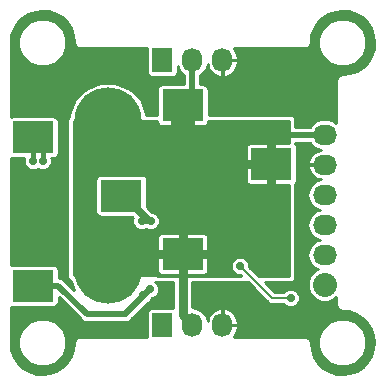
<source format=gbr>
G04 #@! TF.GenerationSoftware,KiCad,Pcbnew,(5.0.0)*
G04 #@! TF.CreationDate,2018-11-19T11:24:39+03:00*
G04 #@! TF.ProjectId,NeoP_1x3,4E656F505F3178332E6B696361645F70,rev?*
G04 #@! TF.SameCoordinates,Original*
G04 #@! TF.FileFunction,Copper,L1,Top,Signal*
G04 #@! TF.FilePolarity,Positive*
%FSLAX46Y46*%
G04 Gerber Fmt 4.6, Leading zero omitted, Abs format (unit mm)*
G04 Created by KiCad (PCBNEW (5.0.0)) date 11/19/18 11:24:39*
%MOMM*%
%LPD*%
G01*
G04 APERTURE LIST*
G04 #@! TA.AperFunction,ComponentPad*
%ADD10O,2.032000X1.727200*%
G04 #@! TD*
G04 #@! TA.AperFunction,ComponentPad*
%ADD11C,2.032000*%
G04 #@! TD*
G04 #@! TA.AperFunction,ComponentPad*
%ADD12R,1.727200X2.032000*%
G04 #@! TD*
G04 #@! TA.AperFunction,ComponentPad*
%ADD13O,1.727200X2.032000*%
G04 #@! TD*
G04 #@! TA.AperFunction,SMDPad,CuDef*
%ADD14R,3.500000X2.700000*%
G04 #@! TD*
G04 #@! TA.AperFunction,BGAPad,CuDef*
%ADD15C,5.700000*%
G04 #@! TD*
G04 #@! TA.AperFunction,ViaPad*
%ADD16C,0.700000*%
G04 #@! TD*
G04 #@! TA.AperFunction,Conductor*
%ADD17C,0.500000*%
G04 #@! TD*
G04 #@! TA.AperFunction,Conductor*
%ADD18C,2.000000*%
G04 #@! TD*
G04 #@! TA.AperFunction,Conductor*
%ADD19C,0.750000*%
G04 #@! TD*
G04 #@! TA.AperFunction,Conductor*
%ADD20C,0.400000*%
G04 #@! TD*
G04 #@! TA.AperFunction,Conductor*
%ADD21C,0.200000*%
G04 #@! TD*
G04 #@! TA.AperFunction,Conductor*
%ADD22C,0.254000*%
G04 #@! TD*
G04 APERTURE END LIST*
D10*
G04 #@! TO.P,J1,6*
G04 #@! TO.N,+5V*
X123900000Y-82400000D03*
G04 #@! TO.P,J1,5*
G04 #@! TO.N,GND*
X123900000Y-84940000D03*
G04 #@! TO.P,J1,4*
G04 #@! TO.N,R*
X123900000Y-87480000D03*
G04 #@! TO.P,J1,3*
G04 #@! TO.N,G*
X123900000Y-90020000D03*
G04 #@! TO.P,J1,2*
G04 #@! TO.N,B*
X123900000Y-92560000D03*
D11*
G04 #@! TO.P,J1,1*
G04 #@! TO.N,TC*
X123900000Y-95100000D03*
G04 #@! TD*
D12*
G04 #@! TO.P,J2,1*
G04 #@! TO.N,N/C*
X110160000Y-76100000D03*
D13*
G04 #@! TO.P,J2,2*
G04 #@! TO.N,+5V*
X112700000Y-76100000D03*
G04 #@! TO.P,J2,3*
G04 #@! TO.N,GND*
X115240000Y-76100000D03*
G04 #@! TD*
G04 #@! TO.P,J3,3*
G04 #@! TO.N,GND*
X115240000Y-98500000D03*
G04 #@! TO.P,J3,2*
G04 #@! TO.N,+5V*
X112700000Y-98500000D03*
D12*
G04 #@! TO.P,J3,1*
G04 #@! TO.N,N/C*
X110160000Y-98500000D03*
G04 #@! TD*
D14*
G04 #@! TO.P,D1,2*
G04 #@! TO.N,+5V*
X111883000Y-79930000D03*
G04 #@! TO.P,D1,1*
G04 #@! TO.N,Net-(D1-Pad1)*
X99183000Y-82630000D03*
D15*
G04 #@! TO.P,D1,3*
G04 #@! TO.N,+5V*
X105533000Y-81280000D03*
G04 #@! TD*
G04 #@! TO.P,D2,3*
G04 #@! TO.N,+5V*
X113025000Y-86225000D03*
D14*
G04 #@! TO.P,D2,1*
G04 #@! TO.N,Net-(D2-Pad1)*
X106675000Y-87575000D03*
G04 #@! TO.P,D2,2*
G04 #@! TO.N,+5V*
X119375000Y-84875000D03*
G04 #@! TD*
G04 #@! TO.P,D3,2*
G04 #@! TO.N,+5V*
X111883000Y-92503000D03*
G04 #@! TO.P,D3,1*
G04 #@! TO.N,Net-(D3-Pad1)*
X99183000Y-95203000D03*
D15*
G04 #@! TO.P,D3,3*
G04 #@! TO.N,+5V*
X105533000Y-93853000D03*
G04 #@! TD*
D16*
G04 #@! TO.N,GND*
X104000000Y-99000000D03*
X107000000Y-99000000D03*
X108000000Y-76000000D03*
X104000000Y-76000000D03*
X106000000Y-76000000D03*
X118000000Y-99000000D03*
X121000000Y-99000000D03*
X122500000Y-88500000D03*
X122500000Y-86000000D03*
X101000000Y-87500000D03*
X101000000Y-90000000D03*
X122237500Y-93726000D03*
X122174000Y-91186000D03*
X113919000Y-77533500D03*
X111633000Y-77533500D03*
X118000000Y-76000000D03*
X124000000Y-79000000D03*
X118000000Y-97980500D03*
X110490000Y-95758000D03*
X120777000Y-76073000D03*
X98000000Y-78000000D03*
X98000000Y-80000000D03*
X98000000Y-86000000D03*
X98000000Y-88000000D03*
X98000000Y-90000000D03*
X98000000Y-92000000D03*
X100000000Y-78000000D03*
G04 #@! TO.N,+5V*
X108000000Y-81000000D03*
X114571428Y-82000000D03*
X113428571Y-82000000D03*
X111142857Y-82000000D03*
X112285714Y-82000000D03*
X110000000Y-82000000D03*
X116857142Y-82000000D03*
X115714285Y-82000000D03*
X118000000Y-82000000D03*
X111000000Y-89916000D03*
X115000000Y-89916000D03*
X109000000Y-82867500D03*
X109000000Y-84000000D03*
X109000000Y-85000000D03*
X109093000Y-93345000D03*
X109093000Y-91567000D03*
X109093000Y-92456000D03*
X113666666Y-89916000D03*
X112333333Y-89916000D03*
G04 #@! TO.N,Net-(D1-Pad1)*
X99183000Y-84641500D03*
X100012500Y-84641500D03*
G04 #@! TO.N,TC*
X116753500Y-93535500D03*
X121017000Y-96252000D03*
G04 #@! TO.N,Net-(D2-Pad1)*
X109156500Y-89725500D03*
X108394500Y-89725500D03*
G04 #@! TO.N,Net-(D3-Pad1)*
X109093000Y-95504000D03*
X108521500Y-96012000D03*
G04 #@! TD*
D17*
G04 #@! TO.N,+5V*
X112700000Y-98222000D02*
X112700000Y-98500000D01*
X123900000Y-82400000D02*
X121850000Y-82400000D01*
X112700000Y-79113000D02*
X111883000Y-79930000D01*
X112700000Y-76100000D02*
X112700000Y-79113000D01*
X111883000Y-79930000D02*
X111883000Y-82000000D01*
X111883000Y-82228500D02*
X111244000Y-82867500D01*
X107120500Y-82867500D02*
X105533000Y-81280000D01*
X111244000Y-82867500D02*
X109000000Y-82867500D01*
D18*
X111883000Y-79930000D02*
X111883000Y-82609500D01*
D19*
X111883000Y-97683000D02*
X112700000Y-98500000D01*
X111883000Y-92503000D02*
X111883000Y-97683000D01*
X119375000Y-84875000D02*
X116125000Y-84875000D01*
X119375000Y-84875000D02*
X119375000Y-82375000D01*
X119375000Y-84875000D02*
X119375000Y-87625000D01*
X111883000Y-92503000D02*
X114497000Y-92503000D01*
X111883000Y-92503000D02*
X111883000Y-90117000D01*
X111883000Y-92503000D02*
X109503000Y-92503000D01*
D17*
X111883000Y-82000000D02*
X111883000Y-82228500D01*
X111883000Y-82000000D02*
X111883000Y-82000000D01*
D19*
X111883000Y-90117000D02*
X111883000Y-90117000D01*
D17*
X109000000Y-82867500D02*
X107120500Y-82867500D01*
X119400000Y-82400000D02*
X119375000Y-82375000D01*
X123900000Y-82400000D02*
X119400000Y-82400000D01*
D19*
X109503000Y-92503000D02*
X109503000Y-92503000D01*
D20*
G04 #@! TO.N,Net-(D1-Pad1)*
X100012500Y-83459500D02*
X99183000Y-82630000D01*
X100012500Y-84641500D02*
X100012500Y-83459500D01*
X99183000Y-84641500D02*
X99183000Y-82630000D01*
D21*
G04 #@! TO.N,TC*
X116753500Y-93537900D02*
X116753500Y-93535500D01*
X118315600Y-95100000D02*
X116753500Y-93537900D01*
X119470000Y-96252000D02*
X116753500Y-93535500D01*
X121017000Y-96252000D02*
X119470000Y-96252000D01*
D20*
G04 #@! TO.N,Net-(D2-Pad1)*
X108394500Y-89294500D02*
X106675000Y-87575000D01*
X108394500Y-89725500D02*
X108394500Y-89294500D01*
X107006000Y-87575000D02*
X109156500Y-89725500D01*
X106675000Y-87575000D02*
X107006000Y-87575000D01*
X108394500Y-89725500D02*
X109156500Y-89725500D01*
G04 #@! TO.N,Net-(D3-Pad1)*
X106997500Y-97599500D02*
X108521500Y-96075500D01*
X108521500Y-96075500D02*
X109093000Y-95504000D01*
D17*
X101362500Y-95203000D02*
X103759000Y-97599500D01*
X99183000Y-95203000D02*
X101362500Y-95203000D01*
X106997500Y-97599500D02*
X109093000Y-95504000D01*
X103759000Y-97599500D02*
X106997500Y-97599500D01*
G04 #@! TD*
D22*
G04 #@! TO.N,+5V*
G36*
X109706000Y-81364936D02*
X109771007Y-81521876D01*
X109891124Y-81641993D01*
X110048065Y-81707000D01*
X111753250Y-81707000D01*
X111860000Y-81600250D01*
X111860000Y-81280000D01*
X111906000Y-81280000D01*
X111906000Y-81600250D01*
X112012750Y-81707000D01*
X113717935Y-81707000D01*
X113874876Y-81641993D01*
X113994993Y-81521876D01*
X114060000Y-81364936D01*
X114060000Y-81280000D01*
X120840500Y-81280000D01*
X120840500Y-83098000D01*
X119504750Y-83098000D01*
X119398000Y-83204750D01*
X119398000Y-84852000D01*
X119418000Y-84852000D01*
X119418000Y-84898000D01*
X119398000Y-84898000D01*
X119398000Y-86545250D01*
X119504750Y-86652000D01*
X120840500Y-86652000D01*
X120840500Y-94360566D01*
X118315230Y-94351940D01*
X117530500Y-93567210D01*
X117530500Y-93380945D01*
X117412209Y-93095365D01*
X117193635Y-92876791D01*
X116908055Y-92758500D01*
X116598945Y-92758500D01*
X116313365Y-92876791D01*
X116094791Y-93095365D01*
X115976500Y-93380945D01*
X115976500Y-93690055D01*
X116094791Y-93975635D01*
X116313365Y-94194209D01*
X116598945Y-94312500D01*
X116782810Y-94312500D01*
X116817132Y-94346822D01*
X102652263Y-94298434D01*
X102655714Y-92632750D01*
X109706000Y-92632750D01*
X109706000Y-93937936D01*
X109771007Y-94094876D01*
X109891124Y-94214993D01*
X110048065Y-94280000D01*
X111753250Y-94280000D01*
X111860000Y-94173250D01*
X111860000Y-92526000D01*
X111906000Y-92526000D01*
X111906000Y-94173250D01*
X112012750Y-94280000D01*
X113717935Y-94280000D01*
X113874876Y-94214993D01*
X113994993Y-94094876D01*
X114060000Y-93937936D01*
X114060000Y-92632750D01*
X113953250Y-92526000D01*
X111906000Y-92526000D01*
X111860000Y-92526000D01*
X109812750Y-92526000D01*
X109706000Y-92632750D01*
X102655714Y-92632750D01*
X102658956Y-91068064D01*
X109706000Y-91068064D01*
X109706000Y-92373250D01*
X109812750Y-92480000D01*
X111860000Y-92480000D01*
X111860000Y-90832750D01*
X111906000Y-90832750D01*
X111906000Y-92480000D01*
X113953250Y-92480000D01*
X114060000Y-92373250D01*
X114060000Y-91068064D01*
X113994993Y-90911124D01*
X113874876Y-90791007D01*
X113717935Y-90726000D01*
X112012750Y-90726000D01*
X111906000Y-90832750D01*
X111860000Y-90832750D01*
X111753250Y-90726000D01*
X110048065Y-90726000D01*
X109891124Y-90791007D01*
X109771007Y-90911124D01*
X109706000Y-91068064D01*
X102658956Y-91068064D01*
X102668991Y-86225000D01*
X104489635Y-86225000D01*
X104489635Y-88925000D01*
X104522775Y-89091607D01*
X104617150Y-89232850D01*
X104758393Y-89327225D01*
X104925000Y-89360365D01*
X107573653Y-89360365D01*
X107666335Y-89453047D01*
X107617500Y-89570945D01*
X107617500Y-89880055D01*
X107735791Y-90165635D01*
X107954365Y-90384209D01*
X108239945Y-90502500D01*
X108549055Y-90502500D01*
X108775500Y-90408703D01*
X109001945Y-90502500D01*
X109311055Y-90502500D01*
X109596635Y-90384209D01*
X109815209Y-90165635D01*
X109933500Y-89880055D01*
X109933500Y-89570945D01*
X109815209Y-89285365D01*
X109596635Y-89066791D01*
X109311055Y-88948500D01*
X109266212Y-88948500D01*
X108860365Y-88542653D01*
X108860365Y-86225000D01*
X108827225Y-86058393D01*
X108732850Y-85917150D01*
X108591607Y-85822775D01*
X108425000Y-85789635D01*
X104925000Y-85789635D01*
X104758393Y-85822775D01*
X104617150Y-85917150D01*
X104522775Y-86058393D01*
X104489635Y-86225000D01*
X102668991Y-86225000D01*
X102671519Y-85004750D01*
X117198000Y-85004750D01*
X117198000Y-86309936D01*
X117263007Y-86466876D01*
X117383124Y-86586993D01*
X117540065Y-86652000D01*
X119245250Y-86652000D01*
X119352000Y-86545250D01*
X119352000Y-84898000D01*
X117304750Y-84898000D01*
X117198000Y-85004750D01*
X102671519Y-85004750D01*
X102674761Y-83440064D01*
X117198000Y-83440064D01*
X117198000Y-84745250D01*
X117304750Y-84852000D01*
X119352000Y-84852000D01*
X119352000Y-83204750D01*
X119245250Y-83098000D01*
X117540065Y-83098000D01*
X117383124Y-83163007D01*
X117263007Y-83283124D01*
X117198000Y-83440064D01*
X102674761Y-83440064D01*
X102679237Y-81280000D01*
X109706000Y-81280000D01*
X109706000Y-81364936D01*
X109706000Y-81364936D01*
G37*
X109706000Y-81364936D02*
X109771007Y-81521876D01*
X109891124Y-81641993D01*
X110048065Y-81707000D01*
X111753250Y-81707000D01*
X111860000Y-81600250D01*
X111860000Y-81280000D01*
X111906000Y-81280000D01*
X111906000Y-81600250D01*
X112012750Y-81707000D01*
X113717935Y-81707000D01*
X113874876Y-81641993D01*
X113994993Y-81521876D01*
X114060000Y-81364936D01*
X114060000Y-81280000D01*
X120840500Y-81280000D01*
X120840500Y-83098000D01*
X119504750Y-83098000D01*
X119398000Y-83204750D01*
X119398000Y-84852000D01*
X119418000Y-84852000D01*
X119418000Y-84898000D01*
X119398000Y-84898000D01*
X119398000Y-86545250D01*
X119504750Y-86652000D01*
X120840500Y-86652000D01*
X120840500Y-94360566D01*
X118315230Y-94351940D01*
X117530500Y-93567210D01*
X117530500Y-93380945D01*
X117412209Y-93095365D01*
X117193635Y-92876791D01*
X116908055Y-92758500D01*
X116598945Y-92758500D01*
X116313365Y-92876791D01*
X116094791Y-93095365D01*
X115976500Y-93380945D01*
X115976500Y-93690055D01*
X116094791Y-93975635D01*
X116313365Y-94194209D01*
X116598945Y-94312500D01*
X116782810Y-94312500D01*
X116817132Y-94346822D01*
X102652263Y-94298434D01*
X102655714Y-92632750D01*
X109706000Y-92632750D01*
X109706000Y-93937936D01*
X109771007Y-94094876D01*
X109891124Y-94214993D01*
X110048065Y-94280000D01*
X111753250Y-94280000D01*
X111860000Y-94173250D01*
X111860000Y-92526000D01*
X111906000Y-92526000D01*
X111906000Y-94173250D01*
X112012750Y-94280000D01*
X113717935Y-94280000D01*
X113874876Y-94214993D01*
X113994993Y-94094876D01*
X114060000Y-93937936D01*
X114060000Y-92632750D01*
X113953250Y-92526000D01*
X111906000Y-92526000D01*
X111860000Y-92526000D01*
X109812750Y-92526000D01*
X109706000Y-92632750D01*
X102655714Y-92632750D01*
X102658956Y-91068064D01*
X109706000Y-91068064D01*
X109706000Y-92373250D01*
X109812750Y-92480000D01*
X111860000Y-92480000D01*
X111860000Y-90832750D01*
X111906000Y-90832750D01*
X111906000Y-92480000D01*
X113953250Y-92480000D01*
X114060000Y-92373250D01*
X114060000Y-91068064D01*
X113994993Y-90911124D01*
X113874876Y-90791007D01*
X113717935Y-90726000D01*
X112012750Y-90726000D01*
X111906000Y-90832750D01*
X111860000Y-90832750D01*
X111753250Y-90726000D01*
X110048065Y-90726000D01*
X109891124Y-90791007D01*
X109771007Y-90911124D01*
X109706000Y-91068064D01*
X102658956Y-91068064D01*
X102668991Y-86225000D01*
X104489635Y-86225000D01*
X104489635Y-88925000D01*
X104522775Y-89091607D01*
X104617150Y-89232850D01*
X104758393Y-89327225D01*
X104925000Y-89360365D01*
X107573653Y-89360365D01*
X107666335Y-89453047D01*
X107617500Y-89570945D01*
X107617500Y-89880055D01*
X107735791Y-90165635D01*
X107954365Y-90384209D01*
X108239945Y-90502500D01*
X108549055Y-90502500D01*
X108775500Y-90408703D01*
X109001945Y-90502500D01*
X109311055Y-90502500D01*
X109596635Y-90384209D01*
X109815209Y-90165635D01*
X109933500Y-89880055D01*
X109933500Y-89570945D01*
X109815209Y-89285365D01*
X109596635Y-89066791D01*
X109311055Y-88948500D01*
X109266212Y-88948500D01*
X108860365Y-88542653D01*
X108860365Y-86225000D01*
X108827225Y-86058393D01*
X108732850Y-85917150D01*
X108591607Y-85822775D01*
X108425000Y-85789635D01*
X104925000Y-85789635D01*
X104758393Y-85822775D01*
X104617150Y-85917150D01*
X104522775Y-86058393D01*
X104489635Y-86225000D01*
X102668991Y-86225000D01*
X102671519Y-85004750D01*
X117198000Y-85004750D01*
X117198000Y-86309936D01*
X117263007Y-86466876D01*
X117383124Y-86586993D01*
X117540065Y-86652000D01*
X119245250Y-86652000D01*
X119352000Y-86545250D01*
X119352000Y-84898000D01*
X117304750Y-84898000D01*
X117198000Y-85004750D01*
X102671519Y-85004750D01*
X102674761Y-83440064D01*
X117198000Y-83440064D01*
X117198000Y-84745250D01*
X117304750Y-84852000D01*
X119352000Y-84852000D01*
X119352000Y-83204750D01*
X119245250Y-83098000D01*
X117540065Y-83098000D01*
X117383124Y-83163007D01*
X117263007Y-83283124D01*
X117198000Y-83440064D01*
X102674761Y-83440064D01*
X102679237Y-81280000D01*
X109706000Y-81280000D01*
X109706000Y-81364936D01*
G04 #@! TO.N,GND*
G36*
X111081000Y-94881230D02*
X111081001Y-97060053D01*
X111023600Y-97048635D01*
X109296400Y-97048635D01*
X109129793Y-97081775D01*
X108988550Y-97176150D01*
X108894175Y-97317393D01*
X108861035Y-97484000D01*
X108861035Y-99498000D01*
X103150561Y-99498000D01*
X103004130Y-99527127D01*
X102838079Y-99638079D01*
X102727127Y-99804130D01*
X102688166Y-100000000D01*
X102692441Y-100021494D01*
X102627884Y-100597038D01*
X102430305Y-101164406D01*
X102111939Y-101673900D01*
X101688602Y-102100202D01*
X101181348Y-102422116D01*
X100615374Y-102623650D01*
X100018812Y-102694786D01*
X99421320Y-102631987D01*
X98852587Y-102438375D01*
X98340882Y-102123571D01*
X97911640Y-101703226D01*
X97586190Y-101198228D01*
X97380710Y-100633675D01*
X97314900Y-100112735D01*
X97327000Y-100051903D01*
X97327000Y-99596805D01*
X97973000Y-99596805D01*
X97973000Y-100403195D01*
X98281593Y-101148203D01*
X98851797Y-101718407D01*
X99596805Y-102027000D01*
X100403195Y-102027000D01*
X101148203Y-101718407D01*
X101718407Y-101148203D01*
X102027000Y-100403195D01*
X102027000Y-99596805D01*
X101718407Y-98851797D01*
X101148203Y-98281593D01*
X100403195Y-97973000D01*
X99596805Y-97973000D01*
X98851797Y-98281593D01*
X98281593Y-98851797D01*
X97973000Y-99596805D01*
X97327000Y-99596805D01*
X97327000Y-96967280D01*
X97433000Y-96988365D01*
X100933000Y-96988365D01*
X101099607Y-96955225D01*
X101240850Y-96860850D01*
X101335225Y-96719607D01*
X101368365Y-96553000D01*
X101368365Y-96166286D01*
X103233138Y-98031060D01*
X103270910Y-98087590D01*
X103494848Y-98237220D01*
X103692322Y-98276500D01*
X103692323Y-98276500D01*
X103759000Y-98289763D01*
X103825676Y-98276500D01*
X106930824Y-98276500D01*
X106997500Y-98289763D01*
X107064176Y-98276500D01*
X107064178Y-98276500D01*
X107261652Y-98237220D01*
X107485590Y-98087590D01*
X107523364Y-98031057D01*
X108828614Y-96725808D01*
X108961635Y-96670709D01*
X109180209Y-96452135D01*
X109235308Y-96319115D01*
X109291714Y-96262709D01*
X109533135Y-96162709D01*
X109751709Y-95944135D01*
X109870000Y-95658555D01*
X109870000Y-95349445D01*
X109751709Y-95063865D01*
X109563892Y-94876048D01*
X111081000Y-94881230D01*
X111081000Y-94881230D01*
G37*
X111081000Y-94881230D02*
X111081001Y-97060053D01*
X111023600Y-97048635D01*
X109296400Y-97048635D01*
X109129793Y-97081775D01*
X108988550Y-97176150D01*
X108894175Y-97317393D01*
X108861035Y-97484000D01*
X108861035Y-99498000D01*
X103150561Y-99498000D01*
X103004130Y-99527127D01*
X102838079Y-99638079D01*
X102727127Y-99804130D01*
X102688166Y-100000000D01*
X102692441Y-100021494D01*
X102627884Y-100597038D01*
X102430305Y-101164406D01*
X102111939Y-101673900D01*
X101688602Y-102100202D01*
X101181348Y-102422116D01*
X100615374Y-102623650D01*
X100018812Y-102694786D01*
X99421320Y-102631987D01*
X98852587Y-102438375D01*
X98340882Y-102123571D01*
X97911640Y-101703226D01*
X97586190Y-101198228D01*
X97380710Y-100633675D01*
X97314900Y-100112735D01*
X97327000Y-100051903D01*
X97327000Y-99596805D01*
X97973000Y-99596805D01*
X97973000Y-100403195D01*
X98281593Y-101148203D01*
X98851797Y-101718407D01*
X99596805Y-102027000D01*
X100403195Y-102027000D01*
X101148203Y-101718407D01*
X101718407Y-101148203D01*
X102027000Y-100403195D01*
X102027000Y-99596805D01*
X101718407Y-98851797D01*
X101148203Y-98281593D01*
X100403195Y-97973000D01*
X99596805Y-97973000D01*
X98851797Y-98281593D01*
X98281593Y-98851797D01*
X97973000Y-99596805D01*
X97327000Y-99596805D01*
X97327000Y-96967280D01*
X97433000Y-96988365D01*
X100933000Y-96988365D01*
X101099607Y-96955225D01*
X101240850Y-96860850D01*
X101335225Y-96719607D01*
X101368365Y-96553000D01*
X101368365Y-96166286D01*
X103233138Y-98031060D01*
X103270910Y-98087590D01*
X103494848Y-98237220D01*
X103692322Y-98276500D01*
X103692323Y-98276500D01*
X103759000Y-98289763D01*
X103825676Y-98276500D01*
X106930824Y-98276500D01*
X106997500Y-98289763D01*
X107064176Y-98276500D01*
X107064178Y-98276500D01*
X107261652Y-98237220D01*
X107485590Y-98087590D01*
X107523364Y-98031057D01*
X108828614Y-96725808D01*
X108961635Y-96670709D01*
X109180209Y-96452135D01*
X109235308Y-96319115D01*
X109291714Y-96262709D01*
X109533135Y-96162709D01*
X109751709Y-95944135D01*
X109870000Y-95658555D01*
X109870000Y-95349445D01*
X109751709Y-95063865D01*
X109563892Y-94876048D01*
X111081000Y-94881230D01*
G36*
X122817130Y-83330470D02*
X123244033Y-83615718D01*
X123575930Y-83681737D01*
X123232460Y-83756443D01*
X122818745Y-84043671D01*
X122546440Y-84467357D01*
X122476690Y-84715421D01*
X122563973Y-84917000D01*
X123877000Y-84917000D01*
X123877000Y-84897000D01*
X123923000Y-84897000D01*
X123923000Y-84917000D01*
X123943000Y-84917000D01*
X123943000Y-84963000D01*
X123923000Y-84963000D01*
X123923000Y-84983000D01*
X123877000Y-84983000D01*
X123877000Y-84963000D01*
X122563973Y-84963000D01*
X122476690Y-85164579D01*
X122546440Y-85412643D01*
X122818745Y-85836329D01*
X123232460Y-86123557D01*
X123575930Y-86198263D01*
X123244033Y-86264282D01*
X122817130Y-86549530D01*
X122531882Y-86976433D01*
X122431716Y-87480000D01*
X122531882Y-87983567D01*
X122817130Y-88410470D01*
X123244033Y-88695718D01*
X123516926Y-88750000D01*
X123244033Y-88804282D01*
X122817130Y-89089530D01*
X122531882Y-89516433D01*
X122431716Y-90020000D01*
X122531882Y-90523567D01*
X122817130Y-90950470D01*
X123244033Y-91235718D01*
X123516926Y-91290000D01*
X123244033Y-91344282D01*
X122817130Y-91629530D01*
X122531882Y-92056433D01*
X122431716Y-92560000D01*
X122531882Y-93063567D01*
X122817130Y-93490470D01*
X123244033Y-93775718D01*
X123299650Y-93786781D01*
X123082606Y-93876684D01*
X122676684Y-94282606D01*
X122457000Y-94812969D01*
X122457000Y-95387031D01*
X122676684Y-95917394D01*
X123082606Y-96323316D01*
X123612969Y-96543000D01*
X124187031Y-96543000D01*
X124717394Y-96323316D01*
X124898001Y-96142709D01*
X124898001Y-96849439D01*
X124927128Y-96995870D01*
X125038080Y-97161921D01*
X125204131Y-97272873D01*
X125400000Y-97311834D01*
X125421494Y-97307559D01*
X125997042Y-97372117D01*
X126564408Y-97569696D01*
X127073900Y-97888061D01*
X127500202Y-98311398D01*
X127822116Y-98818652D01*
X128023650Y-99384626D01*
X128094786Y-99981188D01*
X128031987Y-100578680D01*
X127838375Y-101147413D01*
X127523571Y-101659118D01*
X127103226Y-102088360D01*
X126598228Y-102413810D01*
X126033675Y-102619290D01*
X125437624Y-102694589D01*
X124839711Y-102635963D01*
X124269637Y-102446326D01*
X123755749Y-102135104D01*
X123323583Y-101717765D01*
X122994613Y-101215048D01*
X122785197Y-100651942D01*
X122703679Y-100040997D01*
X122711834Y-100000000D01*
X122672873Y-99804130D01*
X122561921Y-99638079D01*
X122500151Y-99596805D01*
X123373000Y-99596805D01*
X123373000Y-100403195D01*
X123681593Y-101148203D01*
X124251797Y-101718407D01*
X124996805Y-102027000D01*
X125803195Y-102027000D01*
X126548203Y-101718407D01*
X127118407Y-101148203D01*
X127427000Y-100403195D01*
X127427000Y-99596805D01*
X127118407Y-98851797D01*
X126548203Y-98281593D01*
X125803195Y-97973000D01*
X124996805Y-97973000D01*
X124251797Y-98281593D01*
X123681593Y-98851797D01*
X123373000Y-99596805D01*
X122500151Y-99596805D01*
X122395870Y-99527127D01*
X122249439Y-99498000D01*
X116194130Y-99498000D01*
X116423557Y-99167540D01*
X116530600Y-98675400D01*
X116530600Y-98523000D01*
X115263000Y-98523000D01*
X115263000Y-98543000D01*
X115217000Y-98543000D01*
X115217000Y-98523000D01*
X115197000Y-98523000D01*
X115197000Y-98477000D01*
X115217000Y-98477000D01*
X115217000Y-97163973D01*
X115263000Y-97163973D01*
X115263000Y-98477000D01*
X116530600Y-98477000D01*
X116530600Y-98324600D01*
X116423557Y-97832460D01*
X116136329Y-97418745D01*
X115712643Y-97146440D01*
X115464579Y-97076690D01*
X115263000Y-97163973D01*
X115217000Y-97163973D01*
X115015421Y-97076690D01*
X114767357Y-97146440D01*
X114343671Y-97418745D01*
X114056443Y-97832460D01*
X113981737Y-98175930D01*
X113915718Y-97844033D01*
X113630470Y-97417130D01*
X113203566Y-97131882D01*
X112700000Y-97031716D01*
X112685000Y-97034700D01*
X112685000Y-94886710D01*
X117373034Y-94902724D01*
X117979655Y-95509346D01*
X117986889Y-95514180D01*
X119060657Y-96587948D01*
X119090055Y-96631945D01*
X119134052Y-96661343D01*
X119134055Y-96661346D01*
X119221249Y-96719607D01*
X119264375Y-96748423D01*
X119418097Y-96779000D01*
X119418101Y-96779000D01*
X119469999Y-96789323D01*
X119521897Y-96779000D01*
X120445156Y-96779000D01*
X120576865Y-96910709D01*
X120862445Y-97029000D01*
X121171555Y-97029000D01*
X121457135Y-96910709D01*
X121675709Y-96692135D01*
X121794000Y-96406555D01*
X121794000Y-96097445D01*
X121675709Y-95811865D01*
X121457135Y-95593291D01*
X121171555Y-95475000D01*
X120862445Y-95475000D01*
X120576865Y-95593291D01*
X120445156Y-95725000D01*
X119688291Y-95725000D01*
X118871132Y-94907842D01*
X120966041Y-94914998D01*
X121130906Y-94882497D01*
X121269435Y-94789935D01*
X121361997Y-94651406D01*
X121394500Y-94488000D01*
X121394500Y-86558474D01*
X121432850Y-86532850D01*
X121527225Y-86391607D01*
X121560365Y-86225000D01*
X121560365Y-83525000D01*
X121527225Y-83358393D01*
X121432850Y-83217150D01*
X121394500Y-83191526D01*
X121394500Y-83077000D01*
X122647766Y-83077000D01*
X122817130Y-83330470D01*
X122817130Y-83330470D01*
G37*
X122817130Y-83330470D02*
X123244033Y-83615718D01*
X123575930Y-83681737D01*
X123232460Y-83756443D01*
X122818745Y-84043671D01*
X122546440Y-84467357D01*
X122476690Y-84715421D01*
X122563973Y-84917000D01*
X123877000Y-84917000D01*
X123877000Y-84897000D01*
X123923000Y-84897000D01*
X123923000Y-84917000D01*
X123943000Y-84917000D01*
X123943000Y-84963000D01*
X123923000Y-84963000D01*
X123923000Y-84983000D01*
X123877000Y-84983000D01*
X123877000Y-84963000D01*
X122563973Y-84963000D01*
X122476690Y-85164579D01*
X122546440Y-85412643D01*
X122818745Y-85836329D01*
X123232460Y-86123557D01*
X123575930Y-86198263D01*
X123244033Y-86264282D01*
X122817130Y-86549530D01*
X122531882Y-86976433D01*
X122431716Y-87480000D01*
X122531882Y-87983567D01*
X122817130Y-88410470D01*
X123244033Y-88695718D01*
X123516926Y-88750000D01*
X123244033Y-88804282D01*
X122817130Y-89089530D01*
X122531882Y-89516433D01*
X122431716Y-90020000D01*
X122531882Y-90523567D01*
X122817130Y-90950470D01*
X123244033Y-91235718D01*
X123516926Y-91290000D01*
X123244033Y-91344282D01*
X122817130Y-91629530D01*
X122531882Y-92056433D01*
X122431716Y-92560000D01*
X122531882Y-93063567D01*
X122817130Y-93490470D01*
X123244033Y-93775718D01*
X123299650Y-93786781D01*
X123082606Y-93876684D01*
X122676684Y-94282606D01*
X122457000Y-94812969D01*
X122457000Y-95387031D01*
X122676684Y-95917394D01*
X123082606Y-96323316D01*
X123612969Y-96543000D01*
X124187031Y-96543000D01*
X124717394Y-96323316D01*
X124898001Y-96142709D01*
X124898001Y-96849439D01*
X124927128Y-96995870D01*
X125038080Y-97161921D01*
X125204131Y-97272873D01*
X125400000Y-97311834D01*
X125421494Y-97307559D01*
X125997042Y-97372117D01*
X126564408Y-97569696D01*
X127073900Y-97888061D01*
X127500202Y-98311398D01*
X127822116Y-98818652D01*
X128023650Y-99384626D01*
X128094786Y-99981188D01*
X128031987Y-100578680D01*
X127838375Y-101147413D01*
X127523571Y-101659118D01*
X127103226Y-102088360D01*
X126598228Y-102413810D01*
X126033675Y-102619290D01*
X125437624Y-102694589D01*
X124839711Y-102635963D01*
X124269637Y-102446326D01*
X123755749Y-102135104D01*
X123323583Y-101717765D01*
X122994613Y-101215048D01*
X122785197Y-100651942D01*
X122703679Y-100040997D01*
X122711834Y-100000000D01*
X122672873Y-99804130D01*
X122561921Y-99638079D01*
X122500151Y-99596805D01*
X123373000Y-99596805D01*
X123373000Y-100403195D01*
X123681593Y-101148203D01*
X124251797Y-101718407D01*
X124996805Y-102027000D01*
X125803195Y-102027000D01*
X126548203Y-101718407D01*
X127118407Y-101148203D01*
X127427000Y-100403195D01*
X127427000Y-99596805D01*
X127118407Y-98851797D01*
X126548203Y-98281593D01*
X125803195Y-97973000D01*
X124996805Y-97973000D01*
X124251797Y-98281593D01*
X123681593Y-98851797D01*
X123373000Y-99596805D01*
X122500151Y-99596805D01*
X122395870Y-99527127D01*
X122249439Y-99498000D01*
X116194130Y-99498000D01*
X116423557Y-99167540D01*
X116530600Y-98675400D01*
X116530600Y-98523000D01*
X115263000Y-98523000D01*
X115263000Y-98543000D01*
X115217000Y-98543000D01*
X115217000Y-98523000D01*
X115197000Y-98523000D01*
X115197000Y-98477000D01*
X115217000Y-98477000D01*
X115217000Y-97163973D01*
X115263000Y-97163973D01*
X115263000Y-98477000D01*
X116530600Y-98477000D01*
X116530600Y-98324600D01*
X116423557Y-97832460D01*
X116136329Y-97418745D01*
X115712643Y-97146440D01*
X115464579Y-97076690D01*
X115263000Y-97163973D01*
X115217000Y-97163973D01*
X115015421Y-97076690D01*
X114767357Y-97146440D01*
X114343671Y-97418745D01*
X114056443Y-97832460D01*
X113981737Y-98175930D01*
X113915718Y-97844033D01*
X113630470Y-97417130D01*
X113203566Y-97131882D01*
X112700000Y-97031716D01*
X112685000Y-97034700D01*
X112685000Y-94886710D01*
X117373034Y-94902724D01*
X117979655Y-95509346D01*
X117986889Y-95514180D01*
X119060657Y-96587948D01*
X119090055Y-96631945D01*
X119134052Y-96661343D01*
X119134055Y-96661346D01*
X119221249Y-96719607D01*
X119264375Y-96748423D01*
X119418097Y-96779000D01*
X119418101Y-96779000D01*
X119469999Y-96789323D01*
X119521897Y-96779000D01*
X120445156Y-96779000D01*
X120576865Y-96910709D01*
X120862445Y-97029000D01*
X121171555Y-97029000D01*
X121457135Y-96910709D01*
X121675709Y-96692135D01*
X121794000Y-96406555D01*
X121794000Y-96097445D01*
X121675709Y-95811865D01*
X121457135Y-95593291D01*
X121171555Y-95475000D01*
X120862445Y-95475000D01*
X120576865Y-95593291D01*
X120445156Y-95725000D01*
X119688291Y-95725000D01*
X118871132Y-94907842D01*
X120966041Y-94914998D01*
X121130906Y-94882497D01*
X121269435Y-94789935D01*
X121361997Y-94651406D01*
X121394500Y-94488000D01*
X121394500Y-86558474D01*
X121432850Y-86532850D01*
X121527225Y-86391607D01*
X121560365Y-86225000D01*
X121560365Y-83525000D01*
X121527225Y-83358393D01*
X121432850Y-83217150D01*
X121394500Y-83191526D01*
X121394500Y-83077000D01*
X122647766Y-83077000D01*
X122817130Y-83330470D01*
G36*
X100578681Y-71968013D02*
X101147412Y-72161624D01*
X101659118Y-72476429D01*
X102088360Y-72896774D01*
X102413810Y-73401772D01*
X102619290Y-73966326D01*
X102695001Y-74565638D01*
X102688166Y-74600000D01*
X102727127Y-74795870D01*
X102838079Y-74961921D01*
X103004130Y-75072873D01*
X103150561Y-75102000D01*
X108861035Y-75102000D01*
X108861035Y-77116000D01*
X108894175Y-77282607D01*
X108988550Y-77423850D01*
X109129793Y-77518225D01*
X109296400Y-77551365D01*
X111023600Y-77551365D01*
X111190207Y-77518225D01*
X111331450Y-77423850D01*
X111425825Y-77282607D01*
X111458965Y-77116000D01*
X111458965Y-76628690D01*
X111484282Y-76755967D01*
X111769531Y-77182870D01*
X112023000Y-77352233D01*
X112023001Y-78144635D01*
X110133000Y-78144635D01*
X109966393Y-78177775D01*
X109825150Y-78272150D01*
X109730775Y-78413393D01*
X109697635Y-78580000D01*
X109697635Y-80726000D01*
X108810000Y-80726000D01*
X108810000Y-80628164D01*
X108311106Y-79423729D01*
X107389271Y-78501894D01*
X106184836Y-78003000D01*
X104881164Y-78003000D01*
X103676729Y-78501894D01*
X102754894Y-79423729D01*
X102256000Y-80628164D01*
X102256000Y-80847242D01*
X102251192Y-80850440D01*
X102158343Y-80988777D01*
X102125501Y-81152115D01*
X102098001Y-94424115D01*
X102129948Y-94587057D01*
X102222036Y-94725901D01*
X102360248Y-94818936D01*
X102388472Y-94824650D01*
X102704478Y-95587557D01*
X101888364Y-94771443D01*
X101850590Y-94714910D01*
X101626652Y-94565280D01*
X101429178Y-94526000D01*
X101429176Y-94526000D01*
X101368365Y-94513904D01*
X101368365Y-93853000D01*
X101335225Y-93686393D01*
X101240850Y-93545150D01*
X101099607Y-93450775D01*
X100933000Y-93417635D01*
X97433000Y-93417635D01*
X97327000Y-93438720D01*
X97327000Y-84394280D01*
X97433000Y-84415365D01*
X98435649Y-84415365D01*
X98406000Y-84486945D01*
X98406000Y-84796055D01*
X98524291Y-85081635D01*
X98742865Y-85300209D01*
X99028445Y-85418500D01*
X99337555Y-85418500D01*
X99597750Y-85310724D01*
X99857945Y-85418500D01*
X100167055Y-85418500D01*
X100452635Y-85300209D01*
X100671209Y-85081635D01*
X100789500Y-84796055D01*
X100789500Y-84486945D01*
X100759851Y-84415365D01*
X100933000Y-84415365D01*
X101099607Y-84382225D01*
X101240850Y-84287850D01*
X101335225Y-84146607D01*
X101368365Y-83980000D01*
X101368365Y-81280000D01*
X101335225Y-81113393D01*
X101240850Y-80972150D01*
X101099607Y-80877775D01*
X100933000Y-80844635D01*
X97433000Y-80844635D01*
X97327000Y-80865720D01*
X97327000Y-74573097D01*
X97314957Y-74512551D01*
X97350373Y-74196805D01*
X97973000Y-74196805D01*
X97973000Y-75003195D01*
X98281593Y-75748203D01*
X98851797Y-76318407D01*
X99596805Y-76627000D01*
X100403195Y-76627000D01*
X101148203Y-76318407D01*
X101718407Y-75748203D01*
X102027000Y-75003195D01*
X102027000Y-74196805D01*
X101718407Y-73451797D01*
X101148203Y-72881593D01*
X100403195Y-72573000D01*
X99596805Y-72573000D01*
X98851797Y-72881593D01*
X98281593Y-73451797D01*
X97973000Y-74196805D01*
X97350373Y-74196805D01*
X97372117Y-74002958D01*
X97569696Y-73435592D01*
X97888061Y-72926100D01*
X98311398Y-72499798D01*
X98818652Y-72177884D01*
X99384626Y-71976350D01*
X99981188Y-71905214D01*
X100578681Y-71968013D01*
X100578681Y-71968013D01*
G37*
X100578681Y-71968013D02*
X101147412Y-72161624D01*
X101659118Y-72476429D01*
X102088360Y-72896774D01*
X102413810Y-73401772D01*
X102619290Y-73966326D01*
X102695001Y-74565638D01*
X102688166Y-74600000D01*
X102727127Y-74795870D01*
X102838079Y-74961921D01*
X103004130Y-75072873D01*
X103150561Y-75102000D01*
X108861035Y-75102000D01*
X108861035Y-77116000D01*
X108894175Y-77282607D01*
X108988550Y-77423850D01*
X109129793Y-77518225D01*
X109296400Y-77551365D01*
X111023600Y-77551365D01*
X111190207Y-77518225D01*
X111331450Y-77423850D01*
X111425825Y-77282607D01*
X111458965Y-77116000D01*
X111458965Y-76628690D01*
X111484282Y-76755967D01*
X111769531Y-77182870D01*
X112023000Y-77352233D01*
X112023001Y-78144635D01*
X110133000Y-78144635D01*
X109966393Y-78177775D01*
X109825150Y-78272150D01*
X109730775Y-78413393D01*
X109697635Y-78580000D01*
X109697635Y-80726000D01*
X108810000Y-80726000D01*
X108810000Y-80628164D01*
X108311106Y-79423729D01*
X107389271Y-78501894D01*
X106184836Y-78003000D01*
X104881164Y-78003000D01*
X103676729Y-78501894D01*
X102754894Y-79423729D01*
X102256000Y-80628164D01*
X102256000Y-80847242D01*
X102251192Y-80850440D01*
X102158343Y-80988777D01*
X102125501Y-81152115D01*
X102098001Y-94424115D01*
X102129948Y-94587057D01*
X102222036Y-94725901D01*
X102360248Y-94818936D01*
X102388472Y-94824650D01*
X102704478Y-95587557D01*
X101888364Y-94771443D01*
X101850590Y-94714910D01*
X101626652Y-94565280D01*
X101429178Y-94526000D01*
X101429176Y-94526000D01*
X101368365Y-94513904D01*
X101368365Y-93853000D01*
X101335225Y-93686393D01*
X101240850Y-93545150D01*
X101099607Y-93450775D01*
X100933000Y-93417635D01*
X97433000Y-93417635D01*
X97327000Y-93438720D01*
X97327000Y-84394280D01*
X97433000Y-84415365D01*
X98435649Y-84415365D01*
X98406000Y-84486945D01*
X98406000Y-84796055D01*
X98524291Y-85081635D01*
X98742865Y-85300209D01*
X99028445Y-85418500D01*
X99337555Y-85418500D01*
X99597750Y-85310724D01*
X99857945Y-85418500D01*
X100167055Y-85418500D01*
X100452635Y-85300209D01*
X100671209Y-85081635D01*
X100789500Y-84796055D01*
X100789500Y-84486945D01*
X100759851Y-84415365D01*
X100933000Y-84415365D01*
X101099607Y-84382225D01*
X101240850Y-84287850D01*
X101335225Y-84146607D01*
X101368365Y-83980000D01*
X101368365Y-81280000D01*
X101335225Y-81113393D01*
X101240850Y-80972150D01*
X101099607Y-80877775D01*
X100933000Y-80844635D01*
X97433000Y-80844635D01*
X97327000Y-80865720D01*
X97327000Y-74573097D01*
X97314957Y-74512551D01*
X97350373Y-74196805D01*
X97973000Y-74196805D01*
X97973000Y-75003195D01*
X98281593Y-75748203D01*
X98851797Y-76318407D01*
X99596805Y-76627000D01*
X100403195Y-76627000D01*
X101148203Y-76318407D01*
X101718407Y-75748203D01*
X102027000Y-75003195D01*
X102027000Y-74196805D01*
X101718407Y-73451797D01*
X101148203Y-72881593D01*
X100403195Y-72573000D01*
X99596805Y-72573000D01*
X98851797Y-72881593D01*
X98281593Y-73451797D01*
X97973000Y-74196805D01*
X97350373Y-74196805D01*
X97372117Y-74002958D01*
X97569696Y-73435592D01*
X97888061Y-72926100D01*
X98311398Y-72499798D01*
X98818652Y-72177884D01*
X99384626Y-71976350D01*
X99981188Y-71905214D01*
X100578681Y-71968013D01*
G36*
X125978681Y-71968013D02*
X126547412Y-72161624D01*
X127059118Y-72476429D01*
X127488360Y-72896774D01*
X127813810Y-73401772D01*
X128019290Y-73966326D01*
X128094589Y-74562376D01*
X128035963Y-75160289D01*
X127846326Y-75730363D01*
X127535104Y-76244251D01*
X127117765Y-76676417D01*
X126615048Y-77005387D01*
X126051942Y-77214803D01*
X125440997Y-77296321D01*
X125400000Y-77288166D01*
X125204130Y-77327127D01*
X125038079Y-77438079D01*
X124927127Y-77604131D01*
X124898000Y-77750562D01*
X124898000Y-81412822D01*
X124555967Y-81184282D01*
X124179511Y-81109400D01*
X123620489Y-81109400D01*
X123244033Y-81184282D01*
X122817130Y-81469530D01*
X122647766Y-81723000D01*
X121394500Y-81723000D01*
X121394500Y-81153000D01*
X121361997Y-80989594D01*
X121269435Y-80851065D01*
X121130906Y-80758503D01*
X120967500Y-80726000D01*
X114068365Y-80726000D01*
X114068365Y-78580000D01*
X114035225Y-78413393D01*
X113940850Y-78272150D01*
X113799607Y-78177775D01*
X113633000Y-78144635D01*
X113377000Y-78144635D01*
X113377000Y-77352234D01*
X113630470Y-77182870D01*
X113915718Y-76755966D01*
X113981736Y-76424070D01*
X114056443Y-76767540D01*
X114343671Y-77181255D01*
X114767357Y-77453560D01*
X115015421Y-77523310D01*
X115217000Y-77436027D01*
X115217000Y-76123000D01*
X115263000Y-76123000D01*
X115263000Y-77436027D01*
X115464579Y-77523310D01*
X115712643Y-77453560D01*
X116136329Y-77181255D01*
X116423557Y-76767540D01*
X116530600Y-76275400D01*
X116530600Y-76123000D01*
X115263000Y-76123000D01*
X115217000Y-76123000D01*
X115197000Y-76123000D01*
X115197000Y-76077000D01*
X115217000Y-76077000D01*
X115217000Y-76057000D01*
X115263000Y-76057000D01*
X115263000Y-76077000D01*
X116530600Y-76077000D01*
X116530600Y-75924600D01*
X116423557Y-75432460D01*
X116194130Y-75102000D01*
X122249439Y-75102000D01*
X122395870Y-75072873D01*
X122561921Y-74961921D01*
X122672873Y-74795870D01*
X122711834Y-74600000D01*
X122707559Y-74578506D01*
X122750373Y-74196805D01*
X123373000Y-74196805D01*
X123373000Y-75003195D01*
X123681593Y-75748203D01*
X124251797Y-76318407D01*
X124996805Y-76627000D01*
X125803195Y-76627000D01*
X126548203Y-76318407D01*
X127118407Y-75748203D01*
X127427000Y-75003195D01*
X127427000Y-74196805D01*
X127118407Y-73451797D01*
X126548203Y-72881593D01*
X125803195Y-72573000D01*
X124996805Y-72573000D01*
X124251797Y-72881593D01*
X123681593Y-73451797D01*
X123373000Y-74196805D01*
X122750373Y-74196805D01*
X122772117Y-74002958D01*
X122969696Y-73435592D01*
X123288061Y-72926100D01*
X123711398Y-72499798D01*
X124218652Y-72177884D01*
X124784626Y-71976350D01*
X125381188Y-71905214D01*
X125978681Y-71968013D01*
X125978681Y-71968013D01*
G37*
X125978681Y-71968013D02*
X126547412Y-72161624D01*
X127059118Y-72476429D01*
X127488360Y-72896774D01*
X127813810Y-73401772D01*
X128019290Y-73966326D01*
X128094589Y-74562376D01*
X128035963Y-75160289D01*
X127846326Y-75730363D01*
X127535104Y-76244251D01*
X127117765Y-76676417D01*
X126615048Y-77005387D01*
X126051942Y-77214803D01*
X125440997Y-77296321D01*
X125400000Y-77288166D01*
X125204130Y-77327127D01*
X125038079Y-77438079D01*
X124927127Y-77604131D01*
X124898000Y-77750562D01*
X124898000Y-81412822D01*
X124555967Y-81184282D01*
X124179511Y-81109400D01*
X123620489Y-81109400D01*
X123244033Y-81184282D01*
X122817130Y-81469530D01*
X122647766Y-81723000D01*
X121394500Y-81723000D01*
X121394500Y-81153000D01*
X121361997Y-80989594D01*
X121269435Y-80851065D01*
X121130906Y-80758503D01*
X120967500Y-80726000D01*
X114068365Y-80726000D01*
X114068365Y-78580000D01*
X114035225Y-78413393D01*
X113940850Y-78272150D01*
X113799607Y-78177775D01*
X113633000Y-78144635D01*
X113377000Y-78144635D01*
X113377000Y-77352234D01*
X113630470Y-77182870D01*
X113915718Y-76755966D01*
X113981736Y-76424070D01*
X114056443Y-76767540D01*
X114343671Y-77181255D01*
X114767357Y-77453560D01*
X115015421Y-77523310D01*
X115217000Y-77436027D01*
X115217000Y-76123000D01*
X115263000Y-76123000D01*
X115263000Y-77436027D01*
X115464579Y-77523310D01*
X115712643Y-77453560D01*
X116136329Y-77181255D01*
X116423557Y-76767540D01*
X116530600Y-76275400D01*
X116530600Y-76123000D01*
X115263000Y-76123000D01*
X115217000Y-76123000D01*
X115197000Y-76123000D01*
X115197000Y-76077000D01*
X115217000Y-76077000D01*
X115217000Y-76057000D01*
X115263000Y-76057000D01*
X115263000Y-76077000D01*
X116530600Y-76077000D01*
X116530600Y-75924600D01*
X116423557Y-75432460D01*
X116194130Y-75102000D01*
X122249439Y-75102000D01*
X122395870Y-75072873D01*
X122561921Y-74961921D01*
X122672873Y-74795870D01*
X122711834Y-74600000D01*
X122707559Y-74578506D01*
X122750373Y-74196805D01*
X123373000Y-74196805D01*
X123373000Y-75003195D01*
X123681593Y-75748203D01*
X124251797Y-76318407D01*
X124996805Y-76627000D01*
X125803195Y-76627000D01*
X126548203Y-76318407D01*
X127118407Y-75748203D01*
X127427000Y-75003195D01*
X127427000Y-74196805D01*
X127118407Y-73451797D01*
X126548203Y-72881593D01*
X125803195Y-72573000D01*
X124996805Y-72573000D01*
X124251797Y-72881593D01*
X123681593Y-73451797D01*
X123373000Y-74196805D01*
X122750373Y-74196805D01*
X122772117Y-74002958D01*
X122969696Y-73435592D01*
X123288061Y-72926100D01*
X123711398Y-72499798D01*
X124218652Y-72177884D01*
X124784626Y-71976350D01*
X125381188Y-71905214D01*
X125978681Y-71968013D01*
G04 #@! TD*
M02*

</source>
